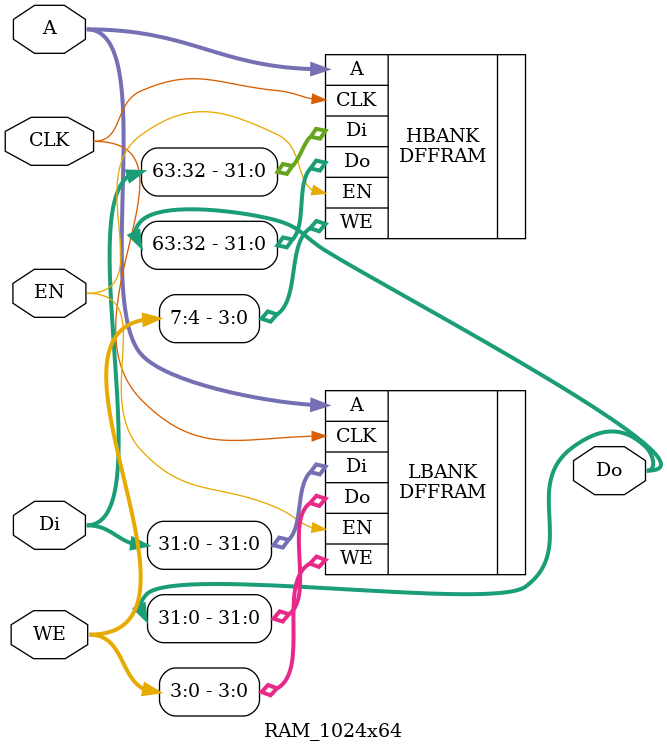
<source format=v>
module RAM_1024x64 (
    input           CLK,
    input   [7:0]   WE,
    input           EN,
    input   [63:0]  Di,
    output  [63:0]  Do,
    input   [9:0]   A
);
   
    DFFRAM #(.COLS(4)) LBANK (
                .CLK(CLK),
                .WE(WE[3:0]),
                .EN(EN),
                .Di(Di[31:0]),
                .Do(Do[31:0]),
                .A(A[9:0])
            );

    DFFRAM #(.COLS(4)) HBANK (
                .CLK(CLK),
                .WE(WE[7:4]),
                .EN(EN),
                .Di(Di[63:32]),
                .Do(Do[63:32]),
                .A(A[9:0])
            );

endmodule        

</source>
